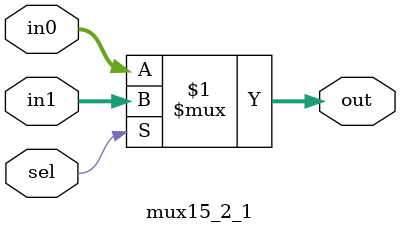
<source format=v>
module mux15_2_1(in1,in0,sel,out);
    input [14:0] in1,in0;
    input sel;
    output [14:0] out;
    assign out = (sel)?in1:in0;
endmodule
</source>
